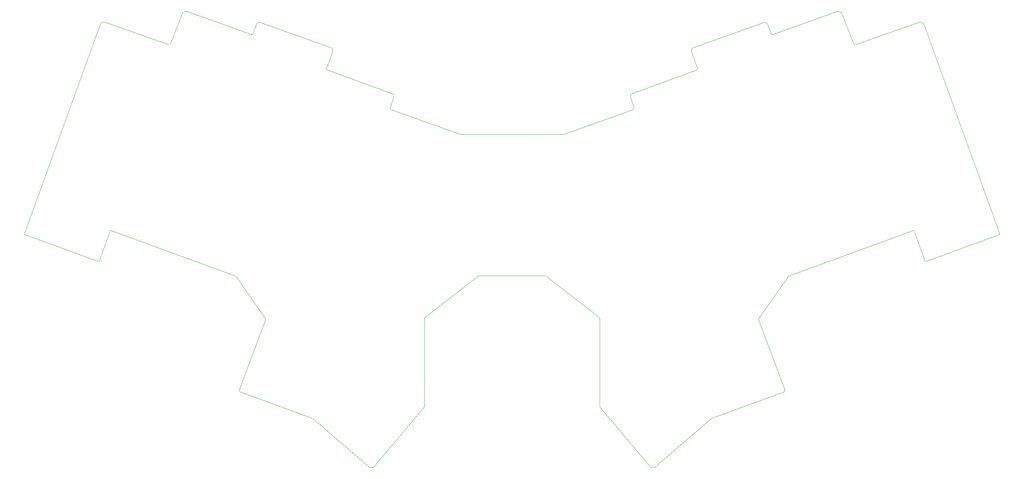
<source format=gbr>
%TF.GenerationSoftware,KiCad,Pcbnew,(5.1.10-1-10_14)*%
%TF.CreationDate,2022-05-14T22:06:53+08:00*%
%TF.ProjectId,k34,6b33342e-6b69-4636-9164-5f7063625858,rev?*%
%TF.SameCoordinates,Original*%
%TF.FileFunction,Profile,NP*%
%FSLAX46Y46*%
G04 Gerber Fmt 4.6, Leading zero omitted, Abs format (unit mm)*
G04 Created by KiCad (PCBNEW (5.1.10-1-10_14)) date 2022-05-14 22:06:53*
%MOMM*%
%LPD*%
G01*
G04 APERTURE LIST*
%TA.AperFunction,Profile*%
%ADD10C,0.050000*%
%TD*%
G04 APERTURE END LIST*
D10*
X187606205Y-39094208D02*
G75*
G03*
X187807600Y-38608000I-179604J359209D01*
G01*
X228438983Y-32228404D02*
G75*
G03*
X228955599Y-32511999I389617J97404D01*
G01*
X244195599Y-81026001D02*
G75*
G03*
X243814601Y-80899001I-253999J-126999D01*
G01*
X186791600Y-33274000D02*
G75*
G03*
X186283600Y-34289998I253999J-761999D01*
G01*
X187606205Y-39094208D02*
X170916600Y-45212000D01*
X175615600Y-142494000D02*
X162467561Y-126873000D01*
X206124168Y-27380144D02*
X206969193Y-29680802D01*
X210286599Y-122935999D02*
X191490600Y-129794000D01*
X211429600Y-92837000D02*
X203682601Y-103886000D01*
X243814601Y-80899001D02*
X211679918Y-92695272D01*
X246989601Y-88772999D02*
G75*
G03*
X247370599Y-88899999I253999J126999D01*
G01*
X170408600Y-46227998D02*
X171297600Y-48895000D01*
X206969194Y-29680802D02*
G75*
G03*
X207365599Y-29844999I269406J89802D01*
G01*
X246712505Y-27192435D02*
X266420599Y-81661001D01*
X210286599Y-122935999D02*
G75*
G03*
X210540599Y-122428001I-126999J380999D01*
G01*
X162386130Y-104013000D02*
G75*
G03*
X162026599Y-103378001I-740530J0D01*
G01*
X246712506Y-27192435D02*
G75*
G03*
X245465601Y-26670001I-992906J-620565D01*
G01*
X162026599Y-103378001D02*
X148437600Y-92795318D01*
X162407600Y-126619000D02*
X162386130Y-104013000D01*
X211679918Y-92695273D02*
G75*
G03*
X211429600Y-92837000I130682J-522727D01*
G01*
X171043599Y-49402999D02*
X153009600Y-55880000D01*
X246989601Y-88772999D02*
X244195599Y-81026001D01*
X175615600Y-142494000D02*
G75*
G03*
X176504599Y-142621001I508000J380999D01*
G01*
X266367403Y-81988804D02*
X247370599Y-88899999D01*
X245465600Y-26670000D02*
X228955599Y-32511999D01*
X225376505Y-24398434D02*
G75*
G03*
X224129600Y-23876000I-992906J-620565D01*
G01*
X224129600Y-23876000D02*
X207365599Y-29844999D01*
X153009600Y-55880000D02*
X139700000Y-55880000D01*
X148155812Y-92710000D02*
X139801600Y-92710000D01*
X170916600Y-45212000D02*
G75*
G03*
X170408600Y-46227998I253999J-761999D01*
G01*
X266367403Y-81988804D02*
G75*
G03*
X266420599Y-81661001I-200803J200804D01*
G01*
X204825600Y-26797000D02*
X186791600Y-33274000D01*
X148437600Y-92795318D02*
G75*
G03*
X148155812Y-92710000I-281788J-422682D01*
G01*
X206124169Y-27380144D02*
G75*
G03*
X204825601Y-26797001I-917569J-305856D01*
G01*
X203682602Y-103886000D02*
G75*
G03*
X203682601Y-104139999I253998J-127000D01*
G01*
X225376504Y-24398434D02*
X228438983Y-32228404D01*
X186283600Y-34289998D02*
X187807600Y-38608000D01*
X171043599Y-49402999D02*
G75*
G03*
X171297599Y-48895001I-126999J380999D01*
G01*
X191490600Y-129794000D02*
X176504599Y-142621001D01*
X203682601Y-104139999D02*
X210540599Y-122428001D01*
X162407600Y-126619000D02*
G75*
G03*
X162467561Y-126873000I567961J0D01*
G01*
X68834001Y-122935999D02*
G75*
G02*
X68580001Y-122428001I126999J380999D01*
G01*
X103505000Y-142494000D02*
G75*
G02*
X102616001Y-142621001I-508000J380999D01*
G01*
X75437998Y-103886000D02*
G75*
G02*
X75437999Y-104139999I-253998J-127000D01*
G01*
X67440682Y-92695273D02*
G75*
G02*
X67691000Y-92837000I-130682J-522727D01*
G01*
X34925001Y-81026001D02*
G75*
G02*
X35305999Y-80899001I253999J-126999D01*
G01*
X32130999Y-88772999D02*
G75*
G02*
X31750001Y-88899999I-253999J126999D01*
G01*
X12753197Y-81988804D02*
G75*
G02*
X12700001Y-81661001I200803J200804D01*
G01*
X116713000Y-126619000D02*
G75*
G02*
X116653039Y-126873000I-567961J0D01*
G01*
X130683000Y-92795318D02*
G75*
G02*
X130964788Y-92710000I281788J-422682D01*
G01*
X116734470Y-104013000D02*
G75*
G02*
X117094001Y-103378001I740530J0D01*
G01*
X108077001Y-49402999D02*
G75*
G02*
X107823001Y-48895001I126999J380999D01*
G01*
X108712000Y-46227998D02*
X107823000Y-48895000D01*
X108204000Y-45212000D02*
G75*
G02*
X108712000Y-46227998I-253999J-761999D01*
G01*
X91514395Y-39094208D02*
G75*
G02*
X91313000Y-38608000I179604J359209D01*
G01*
X92837000Y-34289998D02*
X91313000Y-38608000D01*
X92329000Y-33274000D02*
G75*
G02*
X92837000Y-34289998I-253999J-761999D01*
G01*
X72151406Y-29680802D02*
G75*
G02*
X71755001Y-29844999I-269406J89802D01*
G01*
X72996432Y-27380144D02*
X72151407Y-29680802D01*
X72996431Y-27380144D02*
G75*
G02*
X74294999Y-26797001I917569J-305856D01*
G01*
X50681617Y-32228404D02*
G75*
G02*
X50165001Y-32511999I-389617J97404D01*
G01*
X53744096Y-24398434D02*
X50681617Y-32228404D01*
X53744095Y-24398434D02*
G75*
G02*
X54991000Y-23876000I992906J-620565D01*
G01*
X32408094Y-27192435D02*
G75*
G02*
X33654999Y-26670001I992906J-620565D01*
G01*
X108077001Y-49402999D02*
X126111000Y-55880000D01*
X91514395Y-39094208D02*
X108204000Y-45212000D01*
X54991000Y-23876000D02*
X71755001Y-29844999D01*
X33655000Y-26670000D02*
X50165001Y-32511999D01*
X126111000Y-55880000D02*
X139700000Y-55880000D01*
X74295000Y-26797000D02*
X92329000Y-33274000D01*
X130964788Y-92710000D02*
X139700000Y-92710000D01*
X117094001Y-103378001D02*
X130683000Y-92795318D01*
X116713000Y-126619000D02*
X116734470Y-104013000D01*
X103505000Y-142494000D02*
X116653039Y-126873000D01*
X87630000Y-129794000D02*
X102616001Y-142621001D01*
X68834001Y-122935999D02*
X87630000Y-129794000D01*
X75437999Y-104139999D02*
X68580001Y-122428001D01*
X67691000Y-92837000D02*
X75437999Y-103886000D01*
X35305999Y-80899001D02*
X67440682Y-92695272D01*
X32130999Y-88772999D02*
X34925001Y-81026001D01*
X12753197Y-81988804D02*
X31750001Y-88899999D01*
X32408095Y-27192435D02*
X12700001Y-81661001D01*
M02*

</source>
